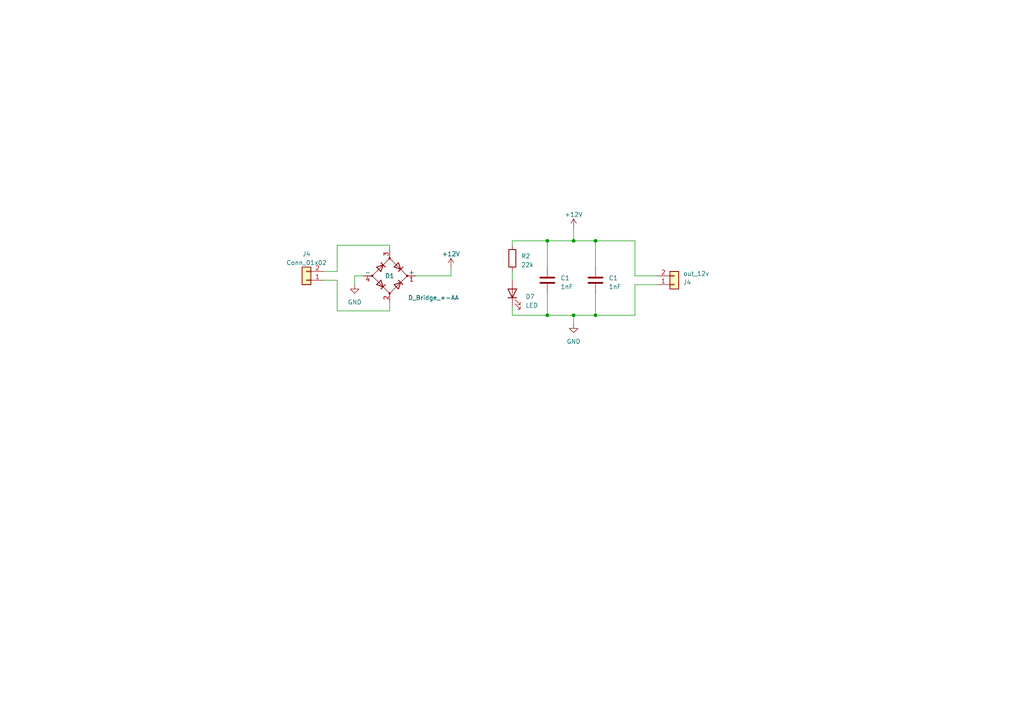
<source format=kicad_sch>
(kicad_sch (version 20230121) (generator eeschema)
  (paper "A4")
  (lib_symbols
    (symbol "Connector_Generic:Conn_01x02" (pin_names (offset 1.016) hide)
      (property "Reference" "J" (at 0 2.54 0))
      (property "Value" "Conn_01x02" (at 0 -5.08 0))
      (symbol "Conn_01x02_1_1"
        (rectangle (start -1.27 -2.413) (end 0 -2.667) (stroke (width 0.1524)))
        (rectangle (start -1.27 0.127) (end 0 -0.127) (stroke (width 0.1524)))
        (rectangle (start -1.27 1.27) (end 1.27 -3.81) (stroke (width 0.254)) (fill (type background)))
        (pin passive line (at -5.08 0 0) (length 3.81) (name "Pin_1") (number "1"))
        (pin passive line (at -5.08 -2.54 0) (length 3.81) (name "Pin_2") (number "2"))
      )
    )
    (symbol "Device:C" (pin_numbers hide) (pin_names (offset 0.254))
      (property "Reference" "C" (at 0.635 2.54 0))
      (property "Value" "C" (at 0.635 -2.54 0))
      (symbol "C_0_1"
        (polyline (pts (xy -2.032 -0.762) (xy 2.032 -0.762)) (stroke (width 0.508)))
        (polyline (pts (xy -2.032 0.762) (xy 2.032 0.762)) (stroke (width 0.508)))
      )
      (symbol "C_1_1"
        (pin passive line (at 0 3.81 270) (length 2.794) (name "~") (number "1"))
        (pin passive line (at 0 -3.81 90) (length 2.794) (name "~") (number "2"))
      )
    )
    (symbol "Device:D_Bridge_+-AA" (pin_names (offset 0))
      (property "Reference" "D1" (at 0 0 0))
      (property "Value" "D_Bridge_+-AA" (at 12.7 -6.35 0))
      (symbol "D_Bridge_+-AA_0_1"
        (circle (center -5.08 0) (radius 0.254) (fill (type outline)))
        (circle (center 0 -5.08) (radius 0.254) (fill (type outline)))
        (polyline (pts (xy -2.54 3.81) (xy -1.27 2.54)) (stroke (width 0.254)))
        (polyline (pts (xy -1.27 -2.54) (xy -2.54 -3.81)) (stroke (width 0.254)))
        (polyline (pts (xy 2.54 -1.27) (xy 3.81 -2.54)) (stroke (width 0.254)))
        (polyline (pts (xy 2.54 1.27) (xy 3.81 2.54)) (stroke (width 0.254)))
        (polyline (pts (xy -3.81 2.54) (xy -2.54 1.27) (xy -1.905 3.175) (xy -3.81 2.54)) (stroke (width 0.254)))
        (polyline (pts (xy -2.54 -1.27) (xy -3.81 -2.54) (xy -1.905 -3.175) (xy -2.54 -1.27)) (stroke (width 0.254)))
        (polyline (pts (xy 1.27 2.54) (xy 2.54 3.81) (xy 3.175 1.905) (xy 1.27 2.54)) (stroke (width 0.254)))
        (polyline (pts (xy 3.175 -1.905) (xy 1.27 -2.54) (xy 2.54 -3.81) (xy 3.175 -1.905)) (stroke (width 0.254)))
        (polyline (pts (xy -5.08 0) (xy 0 -5.08) (xy 5.08 0) (xy 0 5.08) (xy -5.08 0)))
        (circle (center 0 5.08) (radius 0.254) (fill (type outline)))
        (circle (center 5.08 0) (radius 0.254) (fill (type outline)))
      )
      (symbol "D_Bridge_+-AA_1_1"
        (pin passive line (at 7.62 0 180) (length 2.54) (name "+") (number "1"))
        (pin passive line (at 0 -7.62 90) (length 2.54) (name "~") (number "2"))
        (pin passive line (at 0 7.62 270) (length 2.54) (name "~") (number "3"))
        (pin passive line (at -7.62 0 0) (length 2.54) (name "-") (number "4"))
      )
    )
    (symbol "Device:LED" (pin_numbers hide) (pin_names (offset 1.016) hide)
      (property "Reference" "D" (at 0 2.54 0))
      (property "Value" "LED" (at 0 -2.54 0))
      (symbol "LED_0_1"
        (polyline (pts (xy -1.27 -1.27) (xy -1.27 1.27)) (stroke (width 0.254)))
        (polyline (pts (xy -1.27 0) (xy 1.27 0)))
        (polyline (pts (xy 1.27 -1.27) (xy 1.27 1.27) (xy -1.27 0) (xy 1.27 -1.27)) (stroke (width 0.254)))
        (polyline (pts (xy -3.048 -0.762) (xy -4.572 -2.286) (xy -3.81 -2.286) (xy -4.572 -2.286) (xy -4.572 -1.524)))
        (polyline (pts (xy -1.778 -0.762) (xy -3.302 -2.286) (xy -2.54 -2.286) (xy -3.302 -2.286) (xy -3.302 -1.524)))
      )
      (symbol "LED_1_1"
        (pin passive line (at -3.81 0 0) (length 2.54) (name "K") (number "1"))
        (pin passive line (at 3.81 0 180) (length 2.54) (name "A") (number "2"))
      )
    )
    (symbol "Device:R" (pin_numbers hide) (pin_names (offset 0))
      (property "Reference" "R" (at 2.032 0 90))
      (property "Value" "R" (at 0 0 90))
      (symbol "R_0_1"
        (rectangle (start -1.016 -2.54) (end 1.016 2.54) (stroke (width 0.254)))
      )
      (symbol "R_1_1"
        (pin passive line (at 0 3.81 270) (length 1.27) (name "~") (number "1"))
        (pin passive line (at 0 -3.81 90) (length 1.27) (name "~") (number "2"))
      )
    )
    (symbol "power:+12V" (power) (pin_names (offset 0))
      (property "Value" "+12V" (at 0 3.556 0))
      (symbol "+12V_0_1"
        (polyline (pts (xy -0.762 1.27) (xy 0 2.54)))
        (polyline (pts (xy 0 0) (xy 0 2.54)))
        (polyline (pts (xy 0 2.54) (xy 0.762 1.27)))
      )
      (symbol "+12V_1_1"
        (pin power_in line (at 0 0 90) (length 0) hide (name "+12V") (number "1"))
      )
    )
    (symbol "power:GND" (power) (pin_names (offset 0))
      (property "Value" "GND" (at 0 -3.81 0))
      (symbol "GND_0_1"
        (polyline (pts (xy 0 0) (xy 0 -1.27) (xy 1.27 -1.27) (xy 0 -2.54) (xy -1.27 -1.27) (xy 0 -1.27)))
      )
      (symbol "GND_1_1"
        (pin power_in line (at 0 0 270) (length 0) hide (name "GND") (number "1"))
      )
    )
  )
  (junction (at 158.75 69.85))
  (junction (at 158.75 91.44))
  (junction (at 172.72 69.85))
  (junction (at 166.37 91.44))
  (junction (at 166.37 69.85))
  (junction (at 172.72 91.44))
  (wire (pts (xy 158.75 69.85) (xy 158.75 77.47)))
  (wire (pts (xy 166.37 66.04) (xy 166.37 69.85)))
  (wire (pts (xy 97.79 78.74) (xy 97.79 71.12)))
  (wire (pts (xy 172.72 91.44) (xy 184.15 91.44)))
  (wire (pts (xy 130.81 77.47) (xy 130.81 80.01)))
  (wire (pts (xy 158.75 69.85) (xy 166.37 69.85)))
  (wire (pts (xy 102.87 80.01) (xy 105.41 80.01)))
  (wire (pts (xy 148.59 88.9) (xy 148.59 91.44)))
  (wire (pts (xy 113.03 90.17) (xy 113.03 87.63)))
  (wire (pts (xy 184.15 82.55) (xy 190.5 82.55)))
  (wire (pts (xy 166.37 91.44) (xy 166.37 93.98)))
  (wire (pts (xy 166.37 91.44) (xy 172.72 91.44)))
  (wire (pts (xy 93.98 81.28) (xy 97.79 81.28)))
  (wire (pts (xy 172.72 85.09) (xy 172.72 91.44)))
  (wire (pts (xy 93.98 78.74) (xy 97.79 78.74)))
  (wire (pts (xy 166.37 69.85) (xy 172.72 69.85)))
  (wire (pts (xy 184.15 69.85) (xy 172.72 69.85)))
  (wire (pts (xy 158.75 91.44) (xy 166.37 91.44)))
  (wire (pts (xy 184.15 80.01) (xy 190.5 80.01)))
  (wire (pts (xy 184.15 80.01) (xy 184.15 69.85)))
  (wire (pts (xy 97.79 71.12) (xy 113.03 71.12)))
  (wire (pts (xy 148.59 78.74) (xy 148.59 81.28)))
  (wire (pts (xy 102.87 82.55) (xy 102.87 80.01)))
  (wire (pts (xy 184.15 82.55) (xy 184.15 91.44)))
  (wire (pts (xy 158.75 91.44) (xy 158.75 85.09)))
  (wire (pts (xy 148.59 91.44) (xy 158.75 91.44)))
  (wire (pts (xy 148.59 69.85) (xy 158.75 69.85)))
  (wire (pts (xy 97.79 81.28) (xy 97.79 90.17)))
  (wire (pts (xy 148.59 71.12) (xy 148.59 69.85)))
  (wire (pts (xy 172.72 77.47) (xy 172.72 69.85)))
  (wire (pts (xy 120.65 80.01) (xy 130.81 80.01)))
  (wire (pts (xy 97.79 90.17) (xy 113.03 90.17)))
  (wire (pts (xy 113.03 71.12) (xy 113.03 72.39)))
  (symbol (lib_id "Connector_Generic:Conn_01x02") (at 88.9 81.28 180) (unit 1)
    (property "Reference" "J4" (at 88.9 73.66 0))
    (property "Value" "Conn_01x02" (at 88.9 76.2 0))
    (property "Footprint" "TerminalBlock_Altech:Altech_AK300_1x02_P5.00mm_45-Degree" (effects hide))
    (instances (project "fuente_conmutada" (path "" (reference "J4") (unit 1)) (path "" (reference "J5") (unit 1))))
  )
  (symbol (lib_id "Device:C") (at 158.75 81.28 0) (unit 1)
    (property "Reference" "C1" (at 162.56 80.645 0) (effects (justify left)))
    (property "Value" "1nF" (at 162.56 83.185 0) (effects (justify left)))
    (property "Footprint" "Capacitor_THT:CP_Radial_D8.0mm_P5.00mm" (effects hide))
    (instances (project "fuente_conmutada" (path "" (reference "C1") (unit 1)) (path "" (reference "C6") (unit 1))))
  )
  (symbol (lib_id "power:GND") (at 102.87 82.55 0) (unit 1)
    (property "Reference" "#PWR02" (effects hide))
    (property "Value" "GND" (at 102.87 87.63 0))
    (instances (project "fuente_conmutada" (path "" (reference "#PWR02") (unit 1)) (path "" (reference "#PWR02") (unit 1)) (path "" (reference "#PWR014") (unit 1))))
  )
  (symbol (lib_id "Device:D_Bridge_+-AA") (at 113.03 80.01 0) (unit 1)
    (property "Reference" "D1" (at 113.03 80.01 0))
    (property "Value" "D_Bridge_+-AA" (at 125.73 86.36 0))
    (property "Footprint" "Diode_THT:Diode_Bridge_Vishay_GBL" (effects hide))
  )
  (symbol (lib_id "Connector_Generic:Conn_01x02") (at 195.58 82.55 0) (mirror x) (unit 1)
    (property "Reference" "J4" (at 198.12 81.915 0) (effects (justify left)))
    (property "Value" "out_12v" (at 198.12 79.375 0) (effects (justify left)))
    (property "Footprint" "Connector_Phoenix_MC_HighVoltage:PhoenixContact_MC_1,5_2-G-5.08_1x02_P5.08mm_Horizontal" (effects hide))
    (instances (project "fuente_conmutada" (path "" (reference "J4") (unit 1)) (path "" (reference "J7") (unit 1))))
  )
  (symbol (lib_id "power:+12V") (at 166.37 66.04 0) (unit 1)
    (property "Reference" "#PWR013" (effects hide))
    (property "Value" "+12V" (at 166.37 62.23 0))
    (instances (project "fuente_conmutada" (path "" (reference "#PWR013") (unit 1)) (path "" (reference "#PWR016") (unit 1))))
  )
  (symbol (lib_id "Device:R") (at 148.59 74.93 180) (unit 1)
    (property "Reference" "R2" (at 151.13 74.295 0) (effects (justify right)))
    (property "Value" "22k" (at 151.13 76.835 0) (effects (justify right)))
    (property "Footprint" "Resistor_THT:R_Axial_DIN0207_L6.3mm_D2.5mm_P7.62mm_Horizontal" (effects hide))
    (instances (project "fuente_conmutada" (path "" (reference "R2") (unit 1)) (path "" (reference "R2") (unit 1)) (path "" (reference "R11") (unit 1)) (path "" (reference "R12") (unit 1))))
  )
  (symbol (lib_id "Device:LED") (at 148.59 85.09 90) (unit 1)
    (property "Reference" "D7" (at 152.4 86.0425 90) (effects (justify right)))
    (property "Value" "LED" (at 152.4 88.5825 90) (effects (justify right)))
    (property "Footprint" "LED_THT:LED_D5.0mm" (effects hide))
    (instances (project "fuente_conmutada" (path "" (reference "D7") (unit 1)) (path "" (reference "D8") (unit 1))))
  )
  (symbol (lib_id "power:GND") (at 166.37 93.98 0) (unit 1)
    (property "Reference" "#PWR02" (effects hide))
    (property "Value" "GND" (at 166.37 99.06 0))
    (instances (project "fuente_conmutada" (path "" (reference "#PWR02") (unit 1)) (path "" (reference "#PWR02") (unit 1)) (path "" (reference "#PWR015") (unit 1))))
  )
  (symbol (lib_id "power:+12V") (at 130.81 77.47 0) (unit 1)
    (property "Reference" "#PWR013" (effects hide))
    (property "Value" "+12V" (at 130.81 73.66 0))
    (instances (project "fuente_conmutada" (path "" (reference "#PWR013") (unit 1)) (path "" (reference "#PWR017") (unit 1))))
  )
  (symbol (lib_id "Device:C") (at 172.72 81.28 0) (unit 1)
    (property "Reference" "C1" (at 176.53 80.645 0) (effects (justify left)))
    (property "Value" "1nF" (at 176.53 83.185 0) (effects (justify left)))
    (property "Footprint" "Capacitor_THT:CP_Radial_D8.0mm_P5.00mm" (effects hide))
    (instances (project "fuente_conmutada" (path "" (reference "C1") (unit 1)) (path "" (reference "C7") (unit 1))))
  )
)
</source>
